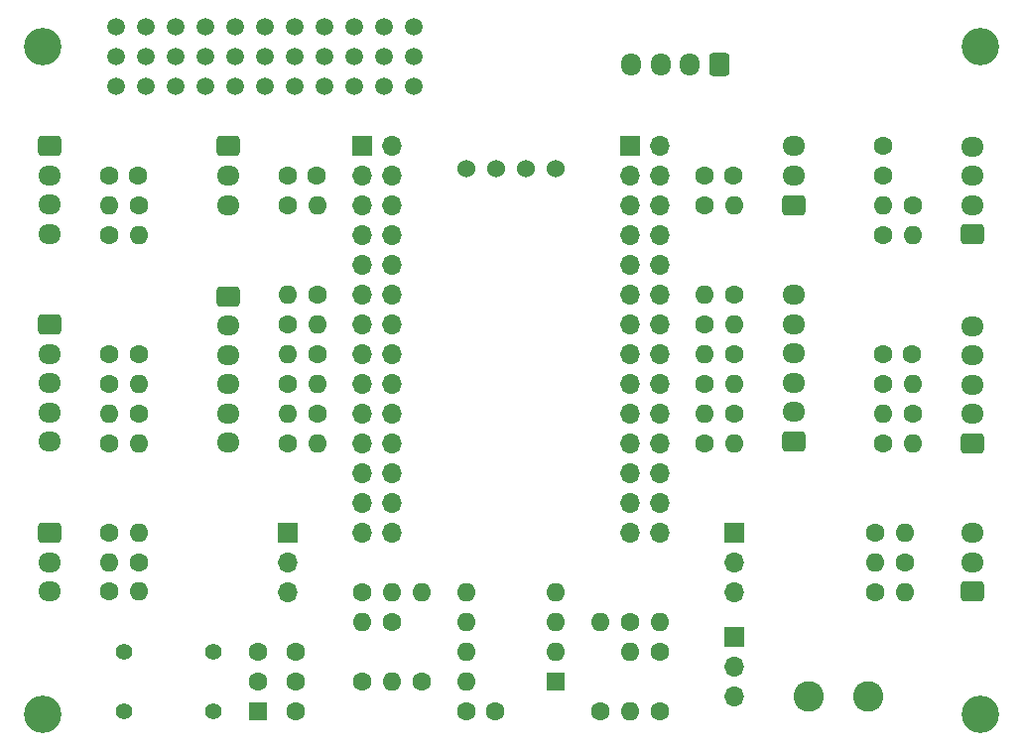
<source format=gts>
G04 #@! TF.GenerationSoftware,KiCad,Pcbnew,(6.0.7)*
G04 #@! TF.CreationDate,2022-09-20T02:34:23+09:00*
G04 #@! TF.ProjectId,autocar_motcntr_v1,6175746f-6361-4725-9f6d-6f74636e7472,rev?*
G04 #@! TF.SameCoordinates,Original*
G04 #@! TF.FileFunction,Soldermask,Top*
G04 #@! TF.FilePolarity,Negative*
%FSLAX46Y46*%
G04 Gerber Fmt 4.6, Leading zero omitted, Abs format (unit mm)*
G04 Created by KiCad (PCBNEW (6.0.7)) date 2022-09-20 02:34:23*
%MOMM*%
%LPD*%
G01*
G04 APERTURE LIST*
G04 Aperture macros list*
%AMRoundRect*
0 Rectangle with rounded corners*
0 $1 Rounding radius*
0 $2 $3 $4 $5 $6 $7 $8 $9 X,Y pos of 4 corners*
0 Add a 4 corners polygon primitive as box body*
4,1,4,$2,$3,$4,$5,$6,$7,$8,$9,$2,$3,0*
0 Add four circle primitives for the rounded corners*
1,1,$1+$1,$2,$3*
1,1,$1+$1,$4,$5*
1,1,$1+$1,$6,$7*
1,1,$1+$1,$8,$9*
0 Add four rect primitives between the rounded corners*
20,1,$1+$1,$2,$3,$4,$5,0*
20,1,$1+$1,$4,$5,$6,$7,0*
20,1,$1+$1,$6,$7,$8,$9,0*
20,1,$1+$1,$8,$9,$2,$3,0*%
G04 Aperture macros list end*
%ADD10C,1.500000*%
%ADD11C,1.600000*%
%ADD12O,1.600000X1.600000*%
%ADD13RoundRect,0.250000X0.725000X-0.600000X0.725000X0.600000X-0.725000X0.600000X-0.725000X-0.600000X0*%
%ADD14O,1.950000X1.700000*%
%ADD15C,1.397000*%
%ADD16RoundRect,0.250000X-0.725000X0.600000X-0.725000X-0.600000X0.725000X-0.600000X0.725000X0.600000X0*%
%ADD17C,3.200000*%
%ADD18C,2.600000*%
%ADD19R,1.600000X1.600000*%
%ADD20RoundRect,0.250000X0.600000X0.725000X-0.600000X0.725000X-0.600000X-0.725000X0.600000X-0.725000X0*%
%ADD21O,1.700000X1.950000*%
%ADD22R,1.700000X1.700000*%
%ADD23O,1.700000X1.700000*%
%ADD24C,1.524000*%
G04 APERTURE END LIST*
D10*
X133985000Y-52070000D03*
X121285000Y-57150000D03*
D11*
X184150000Y-87630000D03*
D12*
X186690000Y-87630000D03*
D13*
X191770000Y-87630000D03*
D14*
X191770000Y-85130000D03*
X191770000Y-82630000D03*
X191770000Y-80130000D03*
X191770000Y-77630000D03*
D11*
X165100000Y-110490000D03*
D12*
X162560000Y-110490000D03*
D10*
X136525000Y-52070000D03*
X131445000Y-54610000D03*
X123825000Y-54610000D03*
D15*
X127000000Y-105410000D03*
X119380000Y-105410000D03*
X119380000Y-110490000D03*
X127000000Y-110490000D03*
D14*
X113030000Y-69730000D03*
X113030000Y-67230000D03*
X113030000Y-64730000D03*
D16*
X113030000Y-62230000D03*
D11*
X160020000Y-110490000D03*
D12*
X160020000Y-102870000D03*
D11*
X118110000Y-95250000D03*
D12*
X120650000Y-95250000D03*
D17*
X112500000Y-110750000D03*
D10*
X139065000Y-52070000D03*
X141605000Y-54610000D03*
X141605000Y-52070000D03*
X123825000Y-52070000D03*
X144145000Y-57150000D03*
D18*
X177800000Y-109220000D03*
X182880000Y-109220000D03*
D17*
X192500000Y-110750000D03*
D11*
X120650000Y-85090000D03*
D12*
X118110000Y-85090000D03*
D19*
X156210000Y-107950000D03*
D12*
X156210000Y-105410000D03*
X156210000Y-102870000D03*
X156210000Y-100330000D03*
X148590000Y-100330000D03*
X148590000Y-102870000D03*
X148590000Y-105410000D03*
X148590000Y-107950000D03*
D11*
X171450000Y-80010000D03*
D12*
X168910000Y-80010000D03*
D11*
X133350000Y-67310000D03*
D12*
X135890000Y-67310000D03*
D11*
X184150000Y-82550000D03*
D12*
X186690000Y-82550000D03*
D11*
X135890000Y-80010000D03*
D12*
X133350000Y-80010000D03*
D16*
X113030000Y-77470000D03*
D14*
X113030000Y-79970000D03*
X113030000Y-82470000D03*
X113030000Y-84970000D03*
X113030000Y-87470000D03*
D11*
X118110000Y-82550000D03*
D12*
X120650000Y-82550000D03*
D11*
X118110000Y-87630000D03*
D12*
X120650000Y-87630000D03*
D10*
X141605000Y-57150000D03*
D11*
X186690000Y-85090000D03*
D12*
X184150000Y-85090000D03*
D11*
X135890000Y-74930000D03*
D12*
X133350000Y-74930000D03*
D10*
X144145000Y-54610000D03*
D11*
X171450000Y-74930000D03*
D12*
X168910000Y-74930000D03*
D10*
X131445000Y-52070000D03*
X128905000Y-54610000D03*
D14*
X113030000Y-100250000D03*
X113030000Y-97750000D03*
D16*
X113030000Y-95250000D03*
D13*
X191770000Y-100250000D03*
D14*
X191770000Y-97750000D03*
X191770000Y-95250000D03*
D16*
X128270000Y-62270000D03*
D14*
X128270000Y-64770000D03*
X128270000Y-67270000D03*
D11*
X168910000Y-87630000D03*
D12*
X171450000Y-87630000D03*
D11*
X184150000Y-69850000D03*
D12*
X186690000Y-69850000D03*
D11*
X118110000Y-69850000D03*
D12*
X120650000Y-69850000D03*
D11*
X168910000Y-67310000D03*
D12*
X171450000Y-67310000D03*
D20*
X170180000Y-55245000D03*
D21*
X167680000Y-55245000D03*
X165180000Y-55245000D03*
X162680000Y-55245000D03*
D11*
X186650000Y-80010000D03*
X184150000Y-80010000D03*
D17*
X112500000Y-53750000D03*
D10*
X118745000Y-52070000D03*
X121285000Y-52070000D03*
D11*
X168910000Y-77470000D03*
D12*
X171450000Y-77470000D03*
D11*
X135890000Y-85090000D03*
D12*
X133350000Y-85090000D03*
D11*
X148590000Y-110490000D03*
X151090000Y-110490000D03*
X118110000Y-64770000D03*
X120610000Y-64770000D03*
D13*
X176530000Y-87430000D03*
D14*
X176530000Y-84930000D03*
X176530000Y-82430000D03*
X176530000Y-79930000D03*
X176530000Y-77430000D03*
X176530000Y-74930000D03*
D10*
X128905000Y-57150000D03*
X118745000Y-54610000D03*
D17*
X192500000Y-53750000D03*
D10*
X126365000Y-52070000D03*
D22*
X171450000Y-104140000D03*
D23*
X171450000Y-106680000D03*
X171450000Y-109220000D03*
D11*
X144780000Y-107950000D03*
D12*
X144780000Y-100330000D03*
D24*
X148590000Y-64135000D03*
X151130000Y-64135000D03*
X153670000Y-64135000D03*
X156210000Y-64135000D03*
D11*
X183515000Y-100330000D03*
D12*
X186055000Y-100330000D03*
D10*
X131445000Y-57150000D03*
D11*
X184150000Y-64770000D03*
X184150000Y-62270000D03*
D10*
X126365000Y-57150000D03*
X121285000Y-54610000D03*
D22*
X133350000Y-95250000D03*
D23*
X133350000Y-97790000D03*
X133350000Y-100330000D03*
D11*
X183515000Y-95250000D03*
D12*
X186055000Y-95250000D03*
D10*
X144145000Y-52070000D03*
D11*
X142240000Y-102870000D03*
D12*
X139700000Y-102870000D03*
D11*
X118150000Y-80010000D03*
X120650000Y-80010000D03*
D10*
X136525000Y-54610000D03*
D11*
X133350000Y-77470000D03*
D12*
X135890000Y-77470000D03*
D10*
X133985000Y-54610000D03*
D11*
X139700000Y-107950000D03*
D12*
X142240000Y-107950000D03*
D11*
X120650000Y-67310000D03*
D12*
X118110000Y-67310000D03*
D11*
X139700000Y-100330000D03*
D12*
X142240000Y-100330000D03*
D11*
X186690000Y-67310000D03*
D12*
X184150000Y-67310000D03*
D19*
X130810000Y-110450000D03*
D11*
X130810000Y-107950000D03*
X130810000Y-105450000D03*
X134010000Y-110450000D03*
X134010000Y-107950000D03*
X134010000Y-105450000D03*
D10*
X136525000Y-57150000D03*
D22*
X171450000Y-95250000D03*
D23*
X171450000Y-97790000D03*
X171450000Y-100330000D03*
D11*
X162560000Y-102870000D03*
D12*
X165100000Y-102870000D03*
D10*
X123825000Y-57150000D03*
D14*
X128270000Y-87557000D03*
X128270000Y-85057000D03*
X128270000Y-82557000D03*
X128270000Y-80057000D03*
X128270000Y-77557000D03*
D16*
X128270000Y-75057000D03*
D11*
X135850000Y-64810000D03*
X133350000Y-64810000D03*
D10*
X139065000Y-57150000D03*
D11*
X168910000Y-82550000D03*
D12*
X171450000Y-82550000D03*
D11*
X171410000Y-64770000D03*
X168910000Y-64770000D03*
D10*
X128905000Y-52070000D03*
D11*
X165100000Y-105410000D03*
D12*
X162560000Y-105410000D03*
D10*
X139065000Y-54610000D03*
D23*
X165100000Y-95250000D03*
X162560000Y-95250000D03*
X165100000Y-92710000D03*
X162560000Y-92710000D03*
X165100000Y-90170000D03*
X162560000Y-90170000D03*
X165100000Y-87630000D03*
X162560000Y-87630000D03*
X165100000Y-85090000D03*
X162560000Y-85090000D03*
X165100000Y-82550000D03*
X162560000Y-82550000D03*
X165100000Y-80010000D03*
X162560000Y-80010000D03*
X165100000Y-77470000D03*
X162560000Y-77470000D03*
X165100000Y-74930000D03*
X162560000Y-74930000D03*
X165100000Y-72390000D03*
X162560000Y-72390000D03*
X165100000Y-69850000D03*
X162560000Y-69850000D03*
X165100000Y-67310000D03*
X162560000Y-67310000D03*
X165100000Y-64770000D03*
X162560000Y-64770000D03*
X165100000Y-62230000D03*
D22*
X162560000Y-62230000D03*
D23*
X142240000Y-95250000D03*
X139700000Y-95250000D03*
X142240000Y-92710000D03*
X139700000Y-92710000D03*
X142240000Y-90170000D03*
X139700000Y-90170000D03*
X142240000Y-87630000D03*
X139700000Y-87630000D03*
X142240000Y-85090000D03*
X139700000Y-85090000D03*
X142240000Y-82550000D03*
X139700000Y-82550000D03*
X142240000Y-80010000D03*
X139700000Y-80010000D03*
X142240000Y-77470000D03*
X139700000Y-77470000D03*
X142240000Y-74930000D03*
X139700000Y-74930000D03*
X142240000Y-72390000D03*
X139700000Y-72390000D03*
X142240000Y-69850000D03*
X139700000Y-69850000D03*
X142240000Y-67310000D03*
X139700000Y-67310000D03*
X142240000Y-64770000D03*
X139700000Y-64770000D03*
X142240000Y-62230000D03*
D22*
X139700000Y-62230000D03*
D11*
X186055000Y-97790000D03*
D12*
X183515000Y-97790000D03*
D11*
X171450000Y-85090000D03*
D12*
X168910000Y-85090000D03*
D11*
X120650000Y-97790000D03*
D12*
X118110000Y-97790000D03*
D11*
X133350000Y-87630000D03*
D12*
X135890000Y-87630000D03*
D10*
X126365000Y-54610000D03*
D11*
X118110000Y-100203000D03*
D12*
X120650000Y-100203000D03*
D10*
X133985000Y-57150000D03*
D11*
X133350000Y-82550000D03*
D12*
X135890000Y-82550000D03*
D13*
X191770000Y-69790000D03*
D14*
X191770000Y-67290000D03*
X191770000Y-64790000D03*
X191770000Y-62290000D03*
D13*
X176530000Y-67270000D03*
D14*
X176530000Y-64770000D03*
X176530000Y-62270000D03*
D10*
X118745000Y-57150000D03*
M02*

</source>
